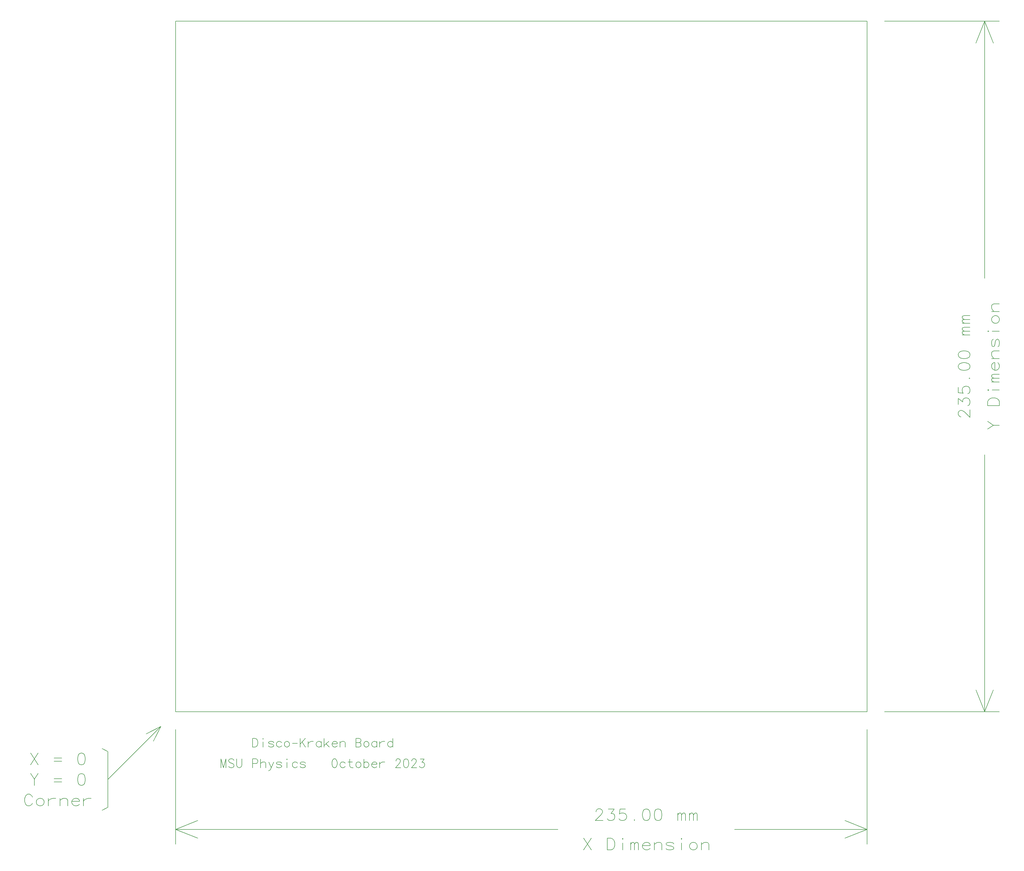
<source format=gbr>
%MOMM*%
%FSLAX33Y33*%
%ADD12C,0.200000*%
G90*G71*G01*D02*G54D12*X000000Y000000D02*X235000Y000000D01*X235000Y235000D01*
X000000Y235000D01*X000000Y000000D01*X026173Y-009000D02*X027050Y-009000D01*
X027419Y-009182D01*X027664Y-009455D01*X027787Y-009727D01*X027928Y-010136D01*
X027928Y-010864D01*X027787Y-011273D01*X027664Y-011591D01*X027419Y-011864D01*
X027050Y-012000D01*X026173Y-012000D01*X026173Y-009000D01*X029732Y-010182D02*
X029732Y-012000D01*X029662Y-009182D02*X029732Y-009318D01*X029803Y-009182D01*
X029732Y-009000D01*X029662Y-009182D01*X033328Y-010455D02*X033152Y-010182D01*
X032678Y-010045D01*X032204Y-010045D01*X031713Y-010182D01*X031573Y-010455D01*
X031713Y-010727D01*X032046Y-010864D01*X032836Y-011000D01*X033152Y-011182D01*
X033328Y-011455D01*X033328Y-011591D01*X033152Y-011864D01*X032678Y-012000D01*
X032204Y-012000D01*X031713Y-011864D01*X031573Y-011591D01*X036028Y-010455D02*
X035729Y-010182D01*X035431Y-010045D01*X034992Y-010045D01*X034711Y-010182D01*
X034413Y-010455D01*X034273Y-010864D01*X034273Y-011182D01*X034413Y-011591D01*
X034711Y-011864D01*X034992Y-012000D01*X035431Y-012000D01*X035729Y-011864D01*
X036028Y-011591D01*X037639Y-010045D02*X037376Y-010182D01*X037095Y-010455D01*
X036973Y-010864D01*X036973Y-011182D01*X037095Y-011591D01*X037376Y-011864D01*
X037639Y-012000D01*X038043Y-012000D01*X038306Y-011864D01*X038587Y-011591D01*
X038728Y-011182D01*X038728Y-010864D01*X038587Y-010455D01*X038306Y-010182D01*
X038043Y-010045D01*X037639Y-010045D01*X039673Y-010727D02*X041428Y-010727D01*
X042987Y-010318D02*X044128Y-012000D01*X044128Y-009000D02*X042373Y-011000D01*
X042373Y-009000D02*X042373Y-012000D01*X045073Y-010864D02*X045283Y-010455D01*
X045722Y-010182D01*X046161Y-010045D01*X046828Y-010045D01*X045073Y-010045D02*
X045073Y-012000D01*X049528Y-010455D02*X049229Y-010182D01*X048931Y-010045D01*
X048492Y-010045D01*X048194Y-010182D01*X047913Y-010455D01*X047773Y-010864D01*
X047773Y-011182D01*X047913Y-011591D01*X048194Y-011864D01*X048492Y-012000D01*
X048931Y-012000D01*X049229Y-011864D01*X049528Y-011591D01*X049528Y-010045D02*
X049528Y-012000D01*X051104Y-010864D02*X052228Y-012000D01*X052052Y-010045D02*
X050473Y-011455D01*X050473Y-009045D02*X050473Y-012000D01*X053173Y-010864D02*
X054928Y-010864D01*X054928Y-010591D01*X054770Y-010318D01*X054629Y-010182D01*
X054331Y-010045D01*X053892Y-010045D01*X053611Y-010182D01*X053313Y-010455D01*
X053173Y-010864D01*X053173Y-011182D01*X053313Y-011591D01*X053611Y-011864D01*
X053892Y-012000D01*X054331Y-012000D01*X054629Y-011864D01*X054928Y-011591D01*
X055873Y-010591D02*X056346Y-010182D01*X056662Y-010045D01*X057136Y-010045D01*
X057452Y-010182D01*X057628Y-010591D01*X057628Y-012000D01*X055873Y-010045D02*
X055873Y-012000D01*X061273Y-010455D02*X062396Y-010455D01*X062764Y-010591D01*
X062887Y-010727D01*X063028Y-011000D01*X063028Y-011455D01*X062887Y-011727D01*
X062764Y-011864D01*X062396Y-012000D01*X061273Y-012000D01*X061273Y-009000D01*
X062396Y-009000D01*X062764Y-009182D01*X062887Y-009318D01*X063028Y-009591D01*
X063028Y-009864D01*X062887Y-010136D01*X062764Y-010318D01*X062396Y-010455D01*
X064639Y-010045D02*X064376Y-010182D01*X064095Y-010455D01*X063973Y-010864D01*
X063973Y-011182D01*X064095Y-011591D01*X064376Y-011864D01*X064639Y-012000D01*
X065043Y-012000D01*X065306Y-011864D01*X065587Y-011591D01*X065728Y-011182D01*
X065728Y-010864D01*X065587Y-010455D01*X065306Y-010182D01*X065043Y-010045D01*
X064639Y-010045D01*X068428Y-010455D02*X068129Y-010182D01*X067831Y-010045D01*
X067392Y-010045D01*X067094Y-010182D01*X066813Y-010455D01*X066673Y-010864D01*
X066673Y-011182D01*X066813Y-011591D01*X067094Y-011864D01*X067392Y-012000D01*
X067831Y-012000D01*X068129Y-011864D01*X068428Y-011591D01*X068428Y-010045D02*
X068428Y-012000D01*X069373Y-010864D02*X069583Y-010455D01*X070022Y-010182D01*
X070461Y-010045D01*X071128Y-010045D01*X069373Y-010045D02*X069373Y-012000D01*
X073828Y-010455D02*X073529Y-010182D01*X073231Y-010045D01*X072792Y-010045D01*
X072511Y-010182D01*X072213Y-010455D01*X072073Y-010864D01*X072073Y-011182D01*
X072213Y-011591D01*X072511Y-011864D01*X072792Y-012000D01*X073231Y-012000D01*
X073529Y-011864D01*X073828Y-011591D01*X073828Y-009045D02*X073828Y-012000D01*
X015373Y-019000D02*X015373Y-016000D01*X016250Y-019000D01*X017128Y-016000D01*
X017128Y-019000D01*X019828Y-016455D02*X019564Y-016182D01*X019196Y-016000D01*
X018687Y-016000D01*X018318Y-016182D01*X018073Y-016455D01*X018073Y-016727D01*
X018195Y-017000D01*X018318Y-017136D01*X018564Y-017318D01*X019319Y-017591D01*
X019564Y-017727D01*X019687Y-017864D01*X019828Y-018136D01*X019828Y-018591D01*
X019564Y-018864D01*X019196Y-019000D01*X018687Y-019000D01*X018318Y-018864D01*
X018073Y-018591D01*X020773Y-016000D02*X020773Y-018136D01*X020895Y-018591D01*
X021141Y-018864D01*X021527Y-019000D01*X021773Y-019000D01*X022141Y-018864D01*
X022387Y-018591D01*X022528Y-018136D01*X022528Y-016000D01*X026173Y-019000D02*
X026173Y-016000D01*X027296Y-016000D01*X027664Y-016182D01*X027787Y-016318D01*
X027928Y-016591D01*X027928Y-017000D01*X027787Y-017318D01*X027664Y-017455D01*
X027296Y-017591D01*X026173Y-017591D01*X028873Y-017591D02*X029346Y-017182D01*
X029662Y-017045D01*X030136Y-017045D01*X030452Y-017182D01*X030628Y-017591D01*
X030628Y-019000D01*X028873Y-016045D02*X028873Y-019000D01*X033328Y-017045D02*
X032503Y-019000D01*X032239Y-019591D01*X031976Y-019864D01*X031695Y-020000D01*
X031573Y-020000D01*X031695Y-017045D02*X032503Y-019000D01*X036028Y-017455D02*
X035852Y-017182D01*X035378Y-017045D01*X034904Y-017045D01*X034413Y-017182D01*
X034273Y-017455D01*X034413Y-017727D01*X034746Y-017864D01*X035536Y-018000D01*
X035852Y-018182D01*X036028Y-018455D01*X036028Y-018591D01*X035852Y-018864D01*
X035378Y-019000D01*X034904Y-019000D01*X034413Y-018864D01*X034273Y-018591D01*
X037832Y-017182D02*X037832Y-019000D01*X037762Y-016182D02*X037832Y-016318D01*
X037903Y-016182D01*X037832Y-016000D01*X037762Y-016182D01*X041428Y-017455D02*
X041129Y-017182D01*X040831Y-017045D01*X040392Y-017045D01*X040111Y-017182D01*
X039813Y-017455D01*X039673Y-017864D01*X039673Y-018182D01*X039813Y-018591D01*
X040111Y-018864D01*X040392Y-019000D01*X040831Y-019000D01*X041129Y-018864D01*
X041428Y-018591D01*X044128Y-017455D02*X043952Y-017182D01*X043478Y-017045D01*
X043004Y-017045D01*X042513Y-017182D01*X042373Y-017455D01*X042513Y-017727D01*
X042846Y-017864D01*X043636Y-018000D01*X043952Y-018182D01*X044128Y-018455D01*
X044128Y-018591D01*X043952Y-018864D01*X043478Y-019000D01*X043004Y-019000D01*
X042513Y-018864D01*X042373Y-018591D01*X053822Y-016000D02*X053611Y-016182D01*
X053383Y-016455D01*X053278Y-016727D01*X053173Y-017136D01*X053173Y-017864D01*
X053278Y-018273D01*X053383Y-018591D01*X053611Y-018864D01*X053822Y-019000D01*
X054261Y-019000D01*X054471Y-018864D01*X054699Y-018591D01*X054805Y-018273D01*
X054928Y-017864D01*X054928Y-017136D01*X054805Y-016727D01*X054699Y-016455D01*
X054471Y-016182D01*X054261Y-016000D01*X053822Y-016000D01*X057628Y-017455D02*
X057329Y-017182D01*X057031Y-017045D01*X056592Y-017045D01*X056311Y-017182D01*
X056013Y-017455D01*X055873Y-017864D01*X055873Y-018182D01*X056013Y-018591D01*
X056311Y-018864D01*X056592Y-019000D01*X057031Y-019000D01*X057329Y-018864D01*
X057628Y-018591D01*X058573Y-017045D02*X060099Y-017045D01*X059222Y-016045D02*
X059222Y-018455D01*X059450Y-018864D01*X059889Y-019000D01*X060328Y-019000D01*
X061939Y-017045D02*X061676Y-017182D01*X061395Y-017455D01*X061273Y-017864D01*
X061273Y-018182D01*X061395Y-018591D01*X061676Y-018864D01*X061939Y-019000D01*
X062343Y-019000D01*X062606Y-018864D01*X062887Y-018591D01*X063028Y-018182D01*
X063028Y-017864D01*X062887Y-017455D01*X062606Y-017182D01*X062343Y-017045D01*
X061939Y-017045D01*X063973Y-017455D02*X064253Y-017182D01*X064552Y-017045D01*
X064990Y-017045D01*X065289Y-017182D01*X065570Y-017455D01*X065728Y-017864D01*
X065728Y-018182D01*X065570Y-018591D01*X065289Y-018864D01*X064990Y-019000D01*
X064552Y-019000D01*X064253Y-018864D01*X063973Y-018591D01*X063973Y-016045D02*
X063973Y-019000D01*X066673Y-017864D02*X068428Y-017864D01*X068428Y-017591D01*
X068270Y-017318D01*X068129Y-017182D01*X067831Y-017045D01*X067392Y-017045D01*
X067111Y-017182D01*X066813Y-017455D01*X066673Y-017864D01*X066673Y-018182D01*
X066813Y-018591D01*X067111Y-018864D01*X067392Y-019000D01*X067831Y-019000D01*
X068129Y-018864D01*X068428Y-018591D01*X069373Y-017864D02*X069583Y-017455D01*
X070022Y-017182D01*X070461Y-017045D01*X071128Y-017045D01*X069373Y-017045D02*
X069373Y-019000D01*X074895Y-016727D02*X074895Y-016591D01*X075018Y-016318D01*
X075141Y-016182D01*X075387Y-016000D01*X075896Y-016000D01*X076141Y-016182D01*
X076264Y-016318D01*X076387Y-016591D01*X076387Y-016864D01*X076264Y-017136D01*
X076019Y-017591D01*X074773Y-019000D01*X076528Y-019000D01*X078227Y-016045D02*
X077841Y-016182D01*X077595Y-016591D01*X077473Y-017318D01*X077473Y-017727D01*
X077595Y-018455D01*X077841Y-018864D01*X078227Y-019000D01*X078473Y-019000D01*
X078841Y-018864D01*X079087Y-018455D01*X079228Y-017727D01*X079228Y-017318D01*
X079087Y-016591D01*X078841Y-016182D01*X078473Y-016045D01*X078227Y-016045D01*
X080295Y-016727D02*X080295Y-016591D01*X080418Y-016318D01*X080541Y-016182D01*
X080787Y-016000D01*X081296Y-016000D01*X081541Y-016182D01*X081664Y-016318D01*
X081787Y-016591D01*X081787Y-016864D01*X081664Y-017136D01*X081419Y-017591D01*
X080173Y-019000D01*X081928Y-019000D01*X083118Y-016045D02*X084487Y-016045D01*
X083732Y-017182D01*X084119Y-017182D01*X084364Y-017318D01*X084487Y-017455D01*
X084628Y-017864D01*X084628Y-018182D01*X084487Y-018591D01*X084241Y-018864D01*
X083873Y-019000D01*X083487Y-019000D01*X083118Y-018864D01*X082995Y-018727D01*
X082873Y-018455D01*X-005000Y-005000D02*X-023000Y-023000D01*X-005000Y-005000D02*
X-010000Y-007500D01*X-005000Y-005000D02*X-007500Y-010000D01*X-046700Y-014000D02*
X-049300Y-018000D01*X-049300Y-014000D02*X-046700Y-018000D01*X-041300Y-016848D02*
X-038700Y-016848D01*X-041300Y-015758D02*X-038700Y-015758D01*X-032182Y-014061D02*
X-032754Y-014242D01*X-033118Y-014788D01*X-033300Y-015758D01*X-033300Y-016303D01*
X-033118Y-017273D01*X-032754Y-017818D01*X-032182Y-018000D01*X-031818Y-018000D01*
X-031272Y-017818D01*X-030908Y-017273D01*X-030700Y-016303D01*X-030700Y-015758D01*
X-030908Y-014788D01*X-031272Y-014242D01*X-031818Y-014061D01*X-032182Y-014061D01*
X-046700Y-021000D02*X-048000Y-022939D01*X-049300Y-021000D02*X-048000Y-022939D01*
X-048000Y-025000D01*X-041300Y-023848D02*X-038700Y-023848D01*X-041300Y-022758D02*
X-038700Y-022758D01*X-032182Y-021061D02*X-032754Y-021242D01*X-033118Y-021788D01*
X-033300Y-022758D01*X-033300Y-023303D01*X-033118Y-024273D01*X-032754Y-024818D01*
X-032182Y-025000D01*X-031818Y-025000D01*X-031272Y-024818D01*X-030908Y-024273D01*
X-030700Y-023303D01*X-030700Y-022758D01*X-030908Y-021788D01*X-031272Y-021242D01*
X-031818Y-021061D01*X-032182Y-021061D01*X-048700Y-028970D02*X-048882Y-028606D01*
X-049246Y-028242D01*X-049584Y-028000D01*X-050286Y-028000D01*X-050624Y-028242D01*
X-050962Y-028606D01*X-051144Y-028970D01*X-051300Y-029515D01*X-051300Y-030485D01*
X-051144Y-031030D01*X-050962Y-031455D01*X-050624Y-031818D01*X-050286Y-032000D01*
X-049584Y-032000D01*X-049246Y-031818D01*X-048882Y-031455D01*X-048700Y-031030D01*
X-046312Y-029394D02*X-046702Y-029576D01*X-047118Y-029939D01*X-047300Y-030485D01*
X-047300Y-030909D01*X-047118Y-031455D01*X-046702Y-031818D01*X-046312Y-032000D01*
X-045714Y-032000D01*X-045324Y-031818D01*X-044908Y-031455D01*X-044700Y-030909D01*
X-044700Y-030485D01*X-044908Y-029939D01*X-045324Y-029576D01*X-045714Y-029394D01*
X-046312Y-029394D01*X-043300Y-030485D02*X-042988Y-029939D01*X-042338Y-029576D01*
X-041688Y-029394D01*X-040700Y-029394D01*X-043300Y-029394D02*X-043300Y-032000D01*
X-039300Y-030121D02*X-038598Y-029576D01*X-038130Y-029394D01*X-037428Y-029394D01*
X-036960Y-029576D01*X-036700Y-030121D01*X-036700Y-032000D01*X-039300Y-029394D02*
X-039300Y-032000D01*X-035300Y-030485D02*X-032700Y-030485D01*X-032700Y-030121D01*
X-032934Y-029758D01*X-033142Y-029576D01*X-033584Y-029394D01*X-034234Y-029394D01*
X-034650Y-029576D01*X-035092Y-029939D01*X-035300Y-030485D01*X-035300Y-030909D01*
X-035092Y-031455D01*X-034650Y-031818D01*X-034234Y-032000D01*X-033584Y-032000D01*
X-033142Y-031818D01*X-032700Y-031455D01*X-031300Y-030485D02*X-030988Y-029939D01*
X-030338Y-029576D01*X-029688Y-029394D01*X-028700Y-029394D01*X-031300Y-029394D02*
X-031300Y-032000D01*X-023000Y-013500D02*X-023000Y-032500D01*X-023000Y-013500D02*
X-025000Y-012500D01*X-025000Y-033500D02*X-023000Y-032500D01*X000000Y-006000D02*
X000000Y-045000D01*X000000Y-040000D02*X130000Y-040000D01*X000000Y-040000D02*
X007500Y-037000D01*X000000Y-040000D02*X007500Y-043000D01*X235000Y-006000D02*
X235000Y-045000D01*X190000Y-040000D02*X235000Y-040000D01*X227500Y-037000D02*
X235000Y-040000D01*X227500Y-043000D02*X235000Y-040000D01*X142882Y-033970D02*
X142882Y-033788D01*X143064Y-033424D01*X143246Y-033242D01*X143610Y-033000D01*
X144364Y-033000D01*X144728Y-033242D01*X144910Y-033424D01*X145092Y-033788D01*
X145092Y-034152D01*X144910Y-034515D01*X144546Y-035121D01*X142700Y-037000D01*
X145300Y-037000D01*X147064Y-033061D02*X149092Y-033061D01*X147974Y-034576D01*
X148546Y-034576D01*X148910Y-034758D01*X149092Y-034939D01*X149300Y-035485D01*
X149300Y-035909D01*X149092Y-036455D01*X148728Y-036818D01*X148182Y-037000D01*
X147610Y-037000D01*X147064Y-036818D01*X146882Y-036636D01*X146700Y-036273D01*
X152910Y-033061D02*X151064Y-033061D01*X150882Y-034758D01*X151064Y-034576D01*
X151610Y-034394D01*X152156Y-034394D01*X152728Y-034576D01*X153092Y-034939D01*
X153300Y-035485D01*X153300Y-035909D01*X153092Y-036455D01*X152728Y-036818D01*
X152156Y-037000D01*X151610Y-037000D01*X151064Y-036818D01*X150882Y-036636D01*
X150700Y-036273D01*X155974Y-036636D02*X155870Y-036818D01*X155974Y-037000D01*
X156078Y-036818D01*X155974Y-036636D01*X159818Y-033061D02*X159246Y-033242D01*
X158882Y-033788D01*X158700Y-034758D01*X158700Y-035303D01*X158882Y-036273D01*
X159246Y-036818D01*X159818Y-037000D01*X160182Y-037000D01*X160728Y-036818D01*
X161092Y-036273D01*X161300Y-035303D01*X161300Y-034758D01*X161092Y-033788D01*
X160728Y-033242D01*X160182Y-033061D01*X159818Y-033061D01*X163818Y-033061D02*
X163246Y-033242D01*X162882Y-033788D01*X162700Y-034758D01*X162700Y-035303D01*
X162882Y-036273D01*X163246Y-036818D01*X163818Y-037000D01*X164182Y-037000D01*
X164728Y-036818D01*X165092Y-036273D01*X165300Y-035303D01*X165300Y-034758D01*
X165092Y-033788D01*X164728Y-033242D01*X164182Y-033061D01*X163818Y-033061D01*
X172000Y-035121D02*X172338Y-034576D01*X172572Y-034394D01*X172936Y-034394D01*
X173170Y-034576D01*X173300Y-035121D01*X173300Y-037000D01*X170700Y-035121D02*
X171038Y-034576D01*X171272Y-034394D01*X171636Y-034394D01*X171870Y-034576D01*
X172000Y-035121D01*X172000Y-037000D01*X170700Y-034394D02*X170700Y-037000D01*
X176000Y-035121D02*X176338Y-034576D01*X176572Y-034394D01*X176936Y-034394D01*
X177170Y-034576D01*X177300Y-035121D01*X177300Y-037000D01*X174700Y-035121D02*
X175038Y-034576D01*X175272Y-034394D01*X175636Y-034394D01*X175870Y-034576D01*
X176000Y-035121D01*X176000Y-037000D01*X174700Y-034394D02*X174700Y-037000D01*
X141300Y-043000D02*X138700Y-047000D01*X138700Y-043000D02*X141300Y-047000D01*
X146700Y-043000D02*X148000Y-043000D01*X148546Y-043242D01*X148910Y-043606D01*
X149092Y-043970D01*X149300Y-044515D01*X149300Y-045485D01*X149092Y-046030D01*
X148910Y-046455D01*X148546Y-046818D01*X148000Y-047000D01*X146700Y-047000D01*
X146700Y-043000D01*X151974Y-044576D02*X151974Y-047000D01*X151870Y-043242D02*
X151974Y-043424D01*X152078Y-043242D01*X151974Y-043000D01*X151870Y-043242D01*
X156000Y-045121D02*X156338Y-044576D01*X156572Y-044394D01*X156936Y-044394D01*
X157170Y-044576D01*X157300Y-045121D01*X157300Y-047000D01*X154700Y-045121D02*
X155038Y-044576D01*X155272Y-044394D01*X155636Y-044394D01*X155870Y-044576D01*
X156000Y-045121D01*X156000Y-047000D01*X154700Y-044394D02*X154700Y-047000D01*
X158700Y-045485D02*X161300Y-045485D01*X161300Y-045121D01*X161066Y-044758D01*
X160858Y-044576D01*X160416Y-044394D01*X159766Y-044394D01*X159350Y-044576D01*
X158908Y-044939D01*X158700Y-045485D01*X158700Y-045909D01*X158908Y-046455D01*
X159350Y-046818D01*X159766Y-047000D01*X160416Y-047000D01*X160858Y-046818D01*
X161300Y-046455D01*X162700Y-045121D02*X163402Y-044576D01*X163870Y-044394D01*
X164572Y-044394D01*X165040Y-044576D01*X165300Y-045121D01*X165300Y-047000D01*
X162700Y-044394D02*X162700Y-047000D01*X169300Y-044939D02*X169040Y-044576D01*
X168338Y-044394D01*X167636Y-044394D01*X166908Y-044576D01*X166700Y-044939D01*
X166908Y-045303D01*X167402Y-045485D01*X168572Y-045667D01*X169040Y-045909D01*
X169300Y-046273D01*X169300Y-046455D01*X169040Y-046818D01*X168338Y-047000D01*
X167636Y-047000D01*X166908Y-046818D01*X166700Y-046455D01*X171974Y-044576D02*
X171974Y-047000D01*X171870Y-043242D02*X171974Y-043424D01*X172078Y-043242D01*
X171974Y-043000D01*X171870Y-043242D01*X175688Y-044394D02*X175298Y-044576D01*
X174882Y-044939D01*X174700Y-045485D01*X174700Y-045909D01*X174882Y-046455D01*
X175298Y-046818D01*X175688Y-047000D01*X176286Y-047000D01*X176676Y-046818D01*
X177092Y-046455D01*X177300Y-045909D01*X177300Y-045485D01*X177092Y-044939D01*
X176676Y-044576D01*X176286Y-044394D01*X175688Y-044394D01*X178700Y-045121D02*
X179402Y-044576D01*X179870Y-044394D01*X180572Y-044394D01*X181040Y-044576D01*
X181300Y-045121D01*X181300Y-047000D01*X178700Y-044394D02*X178700Y-047000D01*
X241000Y235000D02*X280000Y235000D01*X275000Y147500D02*X275000Y235000D01*
X272000Y227500D02*X275000Y235000D01*X278000Y227500D02*X275000Y235000D01*
X241000Y000000D02*X280000Y000000D01*X275000Y087500D02*X275000Y000000D01*
X272000Y007500D02*X275000Y000000D01*X278000Y007500D02*X275000Y000000D01*
X266970Y100382D02*X266788Y100382D01*X266424Y100564D01*X266242Y100746D01*
X266000Y101110D01*X266000Y101864D01*X266242Y102228D01*X266424Y102410D01*
X266788Y102592D01*X267152Y102592D01*X267515Y102410D01*X268121Y102046D01*
X270000Y100200D01*X270000Y102800D01*X266061Y104564D02*X266061Y106592D01*
X267576Y105474D01*X267576Y106046D01*X267758Y106410D01*X267939Y106592D01*
X268485Y106800D01*X268909Y106800D01*X269455Y106592D01*X269818Y106228D01*
X270000Y105682D01*X270000Y105110D01*X269818Y104564D01*X269636Y104382D01*
X269273Y104200D01*X266061Y110410D02*X266061Y108564D01*X267758Y108382D01*
X267576Y108564D01*X267394Y109110D01*X267394Y109656D01*X267576Y110228D01*
X267939Y110592D01*X268485Y110800D01*X268909Y110800D01*X269455Y110592D01*
X269818Y110228D01*X270000Y109656D01*X270000Y109110D01*X269818Y108564D01*
X269636Y108382D01*X269273Y108200D01*X269636Y113474D02*X269818Y113370D01*
X270000Y113474D01*X269818Y113578D01*X269636Y113474D01*X266061Y117318D02*
X266242Y116746D01*X266788Y116382D01*X267758Y116200D01*X268303Y116200D01*
X269273Y116382D01*X269818Y116746D01*X270000Y117318D01*X270000Y117682D01*
X269818Y118228D01*X269273Y118592D01*X268303Y118800D01*X267758Y118800D01*
X266788Y118592D01*X266242Y118228D01*X266061Y117682D01*X266061Y117318D01*
X266061Y121318D02*X266242Y120746D01*X266788Y120382D01*X267758Y120200D01*
X268303Y120200D01*X269273Y120382D01*X269818Y120746D01*X270000Y121318D01*
X270000Y121682D01*X269818Y122228D01*X269273Y122592D01*X268303Y122800D01*
X267758Y122800D01*X266788Y122592D01*X266242Y122228D01*X266061Y121682D01*
X266061Y121318D01*X268121Y129500D02*X267576Y129838D01*X267394Y130072D01*
X267394Y130436D01*X267576Y130670D01*X268121Y130800D01*X270000Y130800D01*
X268121Y128200D02*X267576Y128538D01*X267394Y128772D01*X267394Y129136D01*
X267576Y129370D01*X268121Y129500D01*X270000Y129500D01*X267394Y128200D02*
X270000Y128200D01*X268121Y133500D02*X267576Y133838D01*X267394Y134072D01*
X267394Y134436D01*X267576Y134670D01*X268121Y134800D01*X270000Y134800D01*
X268121Y132200D02*X267576Y132538D01*X267394Y132772D01*X267394Y133136D01*
X267576Y133370D01*X268121Y133500D01*X270000Y133500D01*X267394Y132200D02*
X270000Y132200D01*X276000Y098800D02*X277939Y097500D01*X276000Y096200D02*
X277939Y097500D01*X280000Y097500D01*X276000Y104200D02*X276000Y105500D01*
X276242Y106046D01*X276606Y106410D01*X276970Y106592D01*X277515Y106800D01*
X278485Y106800D01*X279030Y106592D01*X279455Y106410D01*X279818Y106046D01*
X280000Y105500D01*X280000Y104200D01*X276000Y104200D01*X277576Y109474D02*
X280000Y109474D01*X276242Y109370D02*X276424Y109474D01*X276242Y109578D01*
X276000Y109474D01*X276242Y109370D01*X278121Y113500D02*X277576Y113838D01*
X277394Y114072D01*X277394Y114436D01*X277576Y114670D01*X278121Y114800D01*
X280000Y114800D01*X278121Y112200D02*X277576Y112538D01*X277394Y112772D01*
X277394Y113136D01*X277576Y113370D01*X278121Y113500D01*X280000Y113500D01*
X277394Y112200D02*X280000Y112200D01*X278485Y116200D02*X278485Y118800D01*
X278121Y118800D01*X277758Y118566D01*X277576Y118358D01*X277394Y117916D01*
X277394Y117266D01*X277576Y116850D01*X277939Y116408D01*X278485Y116200D01*
X278909Y116200D01*X279455Y116408D01*X279818Y116850D01*X280000Y117266D01*
X280000Y117916D01*X279818Y118358D01*X279455Y118800D01*X278121Y120200D02*
X277576Y120902D01*X277394Y121370D01*X277394Y122072D01*X277576Y122540D01*
X278121Y122800D01*X280000Y122800D01*X277394Y120200D02*X280000Y120200D01*
X277939Y126800D02*X277576Y126540D01*X277394Y125838D01*X277394Y125136D01*
X277576Y124408D01*X277939Y124200D01*X278303Y124408D01*X278485Y124902D01*
X278667Y126072D01*X278909Y126540D01*X279273Y126800D01*X279455Y126800D01*
X279818Y126540D01*X280000Y125838D01*X280000Y125136D01*X279818Y124408D01*
X279455Y124200D01*X277576Y129474D02*X280000Y129474D01*X276242Y129370D02*
X276424Y129474D01*X276242Y129578D01*X276000Y129474D01*X276242Y129370D01*
X277394Y133188D02*X277576Y132798D01*X277939Y132382D01*X278485Y132200D01*
X278909Y132200D01*X279455Y132382D01*X279818Y132798D01*X280000Y133188D01*
X280000Y133786D01*X279818Y134176D01*X279455Y134592D01*X278909Y134800D01*
X278485Y134800D01*X277939Y134592D01*X277576Y134176D01*X277394Y133786D01*
X277394Y133188D01*X278121Y136200D02*X277576Y136902D01*X277394Y137370D01*
X277394Y138072D01*X277576Y138540D01*X278121Y138800D01*X280000Y138800D01*
X277394Y136200D02*X280000Y136200D01*X000000Y000000D02*M02*

</source>
